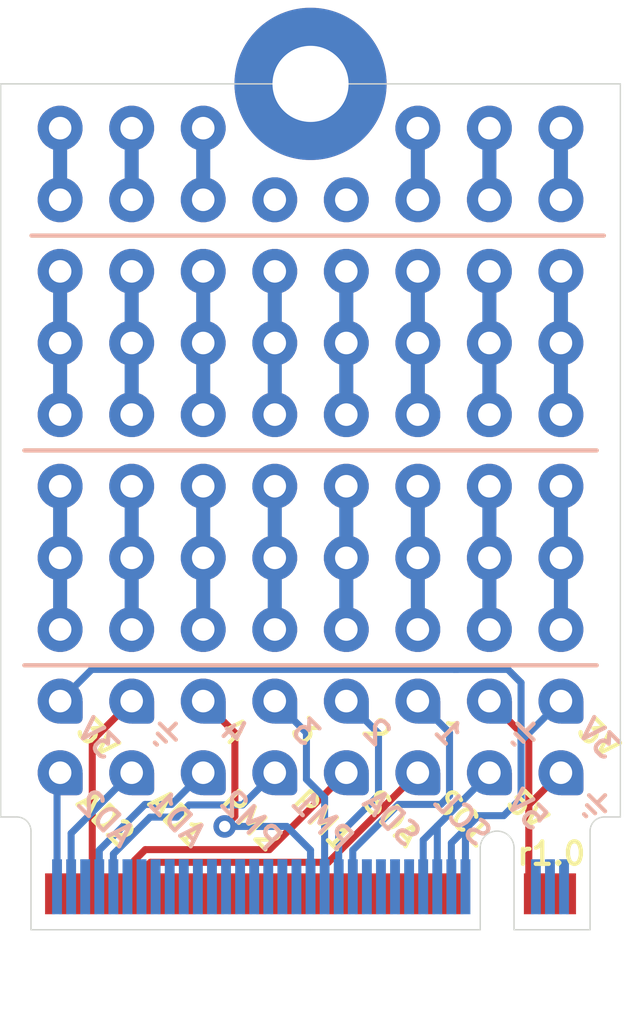
<source format=kicad_pcb>
(kicad_pcb (version 20211014) (generator pcbnew)
  (title_block (title "Myriad Permaproto 22x30mm") (date "2022-03-03") (rev "0.1") (company "splitkb.com") (comment 1 "See https://myriad.splitkb.com/specification/terms_of_use.html") (comment 2 "NON-COMMERCIAL USE ONLY"))
  (layers (0 "F.Cu" signal) (31 "B.Cu" signal) (34 "B.Paste" user) (35 "F.Paste" user) (36 "B.SilkS" user "B.Silkscreen") (37 "F.SilkS" user "F.Silkscreen") (38 "B.Mask" user) (39 "F.Mask" user) (44 "Edge.Cuts" user))
  (net 0 "")
  (net 1 "GND")
  (net 7 "+3V3")
  (net 8 "Net-(J1-Pad17)")
  (net 9 "+5V")
  (net 10 "Net-(J1-Pad32)")
  (net 11 "Net-(J1-Pad34)")
  (net 12 "Net-(J1-Pad36)")
  (net 13 "Net-(J1-Pad38)")
  (net 24 "Net-(J1-Pad61)")
  (net 26 "Net-(J1-Pad63)")
  (net 28 "Net-(J1-Pad74)")
  (net 30 "Net-(J1-Pad68)")
  (net 32 "Net-(J1-Pad72)")
  (net 34 "Net-(J1-Pad66)")
  (net 55 "Net-(J4-Pad1)")
  (net 56 "Net-(J3-Pad1)")
  (net 57 "Net-(J2-Pad1)")
  (footprint "0_splitkb_common:ProtoPad_Bare" (layer "F.Cu") (at 156.35 88.7175)
    (fp_text reference "REF**" hide)
    (fp_text value "VAL**" hide)
    (pad "1" thru_hole custom (at 0 0.6325) (size 1.6 1.6) (drill 0.8) (layers *.Cu *.Mask) (options (clearance outline) (anchor circle)) (primitives))
  )
  (footprint "0_splitkb_common:ProtoPad" (layer "F.Cu") (at 158.89 94.43)
    (fp_text reference "J15" hide)
    (fp_text value "GND" hide)
    (pad "1" thru_hole custom (at 0 0) (size 1.6 1.6) (drill 0.8) (layers *.Cu *.Mask) (net 1 "GND") (options (clearance outline) (anchor circle)) (primitives (gr_poly (pts (xy 0.8 0.6) (xy 0.6 0.8) (xy 0 0.8) (xy 0 0) (xy 0.8 0)) (width 0) (fill yes)) (gr_circle (center 0.6 0.6) (end 0.8 0.6) (width 0) (fill yes))))
  )
  (footprint "0_splitkb_common:ProtoPad" (layer "F.Cu") (at 153.81 94.43)
    (fp_text reference "J11" hide)
    (fp_text value "SCL" (at 0.75 0.75 -45 unlocked) (layer "F.SilkS") (effects (font (size 0.8 0.8)) (justify left)))
    (fp_text user "${VALUE}" (at 0.75 0.75 -45 unlocked) (layer "B.SilkS") (effects (font (size 0.8 0.8)) (justify right mirror)))
    (pad "1" thru_hole custom (at 0 0) (size 1.6 1.6) (drill 0.8) (layers *.Cu *.Mask) (net 24 "Net-(J1-Pad61)") (options (clearance outline) (anchor circle)) (primitives (gr_poly (pts (xy 0.8 0.6) (xy 0.6 0.8) (xy 0 0.8) (xy 0 0) (xy 0.8 0)) (width 0) (fill yes)) (gr_circle (center 0.6 0.6) (end 0.8 0.6) (width 0) (fill yes))))
  )
  (footprint "0_splitkb_common:ProtoPad" (layer "F.Cu") (at 156.35 91.89)
    (fp_text reference "J14" hide)
    (fp_text value "GND" hide)
    (pad "1" thru_hole custom (at 0 0) (size 1.6 1.6) (drill 0.8) (layers *.Cu *.Mask) (net 1 "GND") (options (clearance outline) (anchor circle)) (primitives (gr_poly (pts (xy 0.8 0.6) (xy 0.6 0.8) (xy 0 0.8) (xy 0 0) (xy 0.8 0)) (width 0) (fill yes)) (gr_circle (center 0.6 0.6) (end 0.8 0.6) (width 0) (fill yes))))
  )
  (footprint "0_splitkb_common:ProtoPad_Bare" (layer "F.Cu") (at 153.81 83.6375)
    (fp_text reference "REF**" hide)
    (fp_text value "VAL**" hide)
    (pad "1" thru_hole custom (at 0 0.6325) (size 1.6 1.6) (drill 0.8) (layers *.Cu *.Mask) (options (clearance outline) (anchor circle)) (primitives))
  )
  (footprint "0_splitkb_common:ProtoPad_Bare" (layer "F.Cu") (at 151.27 73.4775)
    (fp_text reference "REF**" hide)
    (fp_text value "VAL**" hide)
    (pad "1" thru_hole custom (at 0 0.6325) (size 1.6 1.6) (drill 0.8) (layers *.Cu *.Mask) (options (clearance outline) (anchor circle)) (primitives))
  )
  (footprint "0_splitkb_common:ProtoPad_Bare" (layer "F.Cu") (at 141.11 88.7175)
    (fp_text reference "REF**" hide)
    (fp_text value "VAL**" hide)
    (pad "1" thru_hole custom (at 0 0.6325) (size 1.6 1.6) (drill 0.8) (layers *.Cu *.Mask) (options (clearance outline) (anchor circle)) (primitives))
  )
  (footprint "0_splitkb_common:ProtoPad" (layer "F.Cu") (at 148.73 94.43)
    (fp_text reference "J4" hide)
    (fp_text value "PM1" (at 0.75 0.75 -45 unlocked) (layer "F.SilkS") (effects (font (size 0.8 0.8)) (justify left)))
    (fp_text user "${VALUE}" (at 0.75 0.75 -45 unlocked) (layer "B.SilkS") (effects (font (size 0.8 0.8)) (justify right mirror)))
    (pad "1" thru_hole custom (at 0 0) (size 1.6 1.6) (drill 0.8) (layers *.Cu *.Mask) (net 55 "Net-(J4-Pad1)") (options (clearance outline) (anchor circle)) (primitives (gr_poly (pts (xy 0.8 0.6) (xy 0.6 0.8) (xy 0 0.8) (xy 0 0) (xy 0.8 0)) (width 0) (fill yes)) (gr_circle (center 0.6 0.6) (end 0.8 0.6) (width 0) (fill yes))))
  )
  (footprint "0_splitkb_common:ProtoPad_Bare" (layer "F.Cu") (at 148.73 83.6375)
    (fp_text reference "REF**" hide)
    (fp_text value "VAL**" hide)
    (pad "1" thru_hole custom (at 0 0.6325) (size 1.6 1.6) (drill 0.8) (layers *.Cu *.Mask) (options (clearance outline) (anchor circle)) (primitives))
  )
  (footprint "0_splitkb_common:ProtoPad_Bare" (layer "F.Cu") (at 158.89 76.0175)
    (fp_text reference "REF**" hide)
    (fp_text value "VAL**" hide)
    (pad "1" thru_hole custom (at 0 0.6325) (size 1.6 1.6) (drill 0.8) (layers *.Cu *.Mask) (options (clearance outline) (anchor circle)) (primitives))
  )
  (footprint "0_splitkb_common:ProtoPad_Bare" (layer "F.Cu") (at 143.65 78.5575)
    (fp_text reference "REF**" hide)
    (fp_text value "VAL**" hide)
    (pad "1" thru_hole custom (at 0 0.6325) (size 1.6 1.6) (drill 0.8) (layers *.Cu *.Mask) (options (clearance outline) (anchor circle)) (primitives))
  )
  (footprint "0_splitkb_common:ProtoPad_Bare" (layer "F.Cu") (at 148.73 76.0175)
    (fp_text reference "REF**" hide)
    (fp_text value "VAL**" hide)
    (pad "1" thru_hole custom (at 0 0.6325) (size 1.6 1.6) (drill 0.8) (layers *.Cu *.Mask) (options (clearance outline) (anchor circle)) (primitives))
  )
  (footprint "0_splitkb_common:ProtoPad_Bare" (layer "F.Cu") (at 158.89 70.9375)
    (fp_text reference "REF**" hide)
    (fp_text value "VAL**" hide)
    (pad "1" thru_hole custom (at 0 0.6325) (size 1.6 1.6) (drill 0.8) (layers *.Cu *.Mask) (options (clearance outline) (anchor circle)) (primitives))
  )
  (footprint "0_splitkb_common:ProtoPad_Bare" (layer "F.Cu") (at 148.73 88.7175)
    (fp_text reference "REF**" hide)
    (fp_text value "VAL**" hide)
    (pad "1" thru_hole custom (at 0 0.6325) (size 1.6 1.6) (drill 0.8) (layers *.Cu *.Mask) (options (clearance outline) (anchor circle)) (primitives))
  )
  (footprint "0_splitkb_common:ProtoPad_Bare" (layer "F.Cu") (at 146.19 73.4775)
    (fp_text reference "REF**" hide)
    (fp_text value "VAL**" hide)
    (pad "1" thru_hole custom (at 0 0.6325) (size 1.6 1.6) (drill 0.8) (layers *.Cu *.Mask) (options (clearance outline) (anchor circle)) (primitives))
  )
  (footprint "0_splitkb_common:ProtoPad_Bare" (layer "F.Cu") (at 153.81 88.7175)
    (fp_text reference "REF**" hide)
    (fp_text value "VAL**" hide)
    (pad "1" thru_hole custom (at 0 0.6325) (size 1.6 1.6) (drill 0.8) (layers *.Cu *.Mask) (options (clearance outline) (anchor circle)) (primitives))
  )
  (footprint "0_splitkb_common:ProtoPad_Bare" (layer "F.Cu") (at 141.11 78.5575)
    (fp_text reference "REF**" hide)
    (fp_text value "VAL**" hide)
    (pad "1" thru_hole custom (at 0 0.6325) (size 1.6 1.6) (drill 0.8) (layers *.Cu *.Mask) (options (clearance outline) (anchor circle)) (primitives))
  )
  (footprint "0_splitkb_common:ProtoPad_Bare" (layer "F.Cu") (at 158.89 81.0975)
    (fp_text reference "REF**" hide)
    (fp_text value "VAL**" hide)
    (pad "1" thru_hole custom (at 0 0.6325) (size 1.6 1.6) (drill 0.8) (layers *.Cu *.Mask) (options (clearance outline) (anchor circle)) (primitives))
  )
  (footprint "0_splitkb_common:ProtoPad" (layer "F.Cu") (at 143.65 91.89)
    (fp_text reference "J17" hide)
    (fp_text value "GND" hide)
    (pad "1" thru_hole custom (at 0 0) (size 1.6 1.6) (drill 0.8) (layers *.Cu *.Mask) (net 1 "GND") (options (clearance outline) (anchor circle)) (primitives (gr_poly (pts (xy 0.8 0.6) (xy 0.6 0.8) (xy 0 0.8) (xy 0 0) (xy 0.8 0)) (width 0) (fill yes)) (gr_circle (center 0.6 0.6) (end 0.8 0.6) (width 0) (fill yes))))
  )
  (footprint "0_splitkb_common:ProtoPad_Bare" (layer "F.Cu") (at 153.81 86.1775)
    (fp_text reference "REF**" hide)
    (fp_text value "VAL**" hide)
    (pad "1" thru_hole custom (at 0 0.6325) (size 1.6 1.6) (drill 0.8) (layers *.Cu *.Mask) (options (clearance outline) (anchor circle)) (primitives))
  )
  (footprint "0_splitkb_common:ProtoPad_Bare" (layer "F.Cu") (at 141.11 76.0175)
    (fp_text reference "REF**" hide)
    (fp_text value "VAL**" hide)
    (pad "1" thru_hole custom (at 0 0.6325) (size 1.6 1.6) (drill 0.8) (layers *.Cu *.Mask) (options (clearance outline) (anchor circle)) (primitives))
  )
  (footprint "0_splitkb_common:ProtoPad_Bare" (layer "F.Cu") (at 143.65 70.9375)
    (fp_text reference "REF**" hide)
    (fp_text value "VAL**" hide)
    (pad "1" thru_hole custom (at 0 0.6325) (size 1.6 1.6) (drill 0.8) (layers *.Cu *.Mask) (options (clearance outline) (anchor circle)) (primitives))
  )
  (footprint "0_splitkb_common:ProtoPad_Bare" (layer "F.Cu") (at 158.89 86.1775)
    (fp_text reference "REF**" hide)
    (fp_text value "VAL**" hide)
    (pad "1" thru_hole custom (at 0 0.6325) (size 1.6 1.6) (drill 0.8) (layers *.Cu *.Mask) (options (clearance outline) (anchor circle)) (primitives))
  )
  (footprint "0_splitkb_common:ProtoPad_Bare" (layer "F.Cu") (at 143.65 76.0175)
    (fp_text reference "REF**" hide)
    (fp_text value "VAL**" hide)
    (pad "1" thru_hole custom (at 0 0.6325) (size 1.6 1.6) (drill 0.8) (layers *.Cu *.Mask) (options (clearance outline) (anchor circle)) (primitives))
  )
  (footprint "0_splitkb_common:ProtoPad_Bare" (layer "F.Cu") (at 156.35 70.9375)
    (fp_text reference "REF**" hide)
    (fp_text value "VAL**" hide)
    (pad "1" thru_hole custom (at 0 0.6325) (size 1.6 1.6) (drill 0.8) (layers *.Cu *.Mask) (options (clearance outline) (anchor circle)) (primitives))
  )
  (footprint "0_splitkb_common:ProtoPad_Bare" (layer "F.Cu") (at 151.27 88.7175)
    (fp_text reference "REF**" hide)
    (fp_text value "VAL**" hide)
    (pad "1" thru_hole custom (at 0 0.6325) (size 1.6 1.6) (drill 0.8) (layers *.Cu *.Mask) (options (clearance outline) (anchor circle)) (primitives))
  )
  (footprint "0_splitkb_common:ProtoPad_Bare" (layer "F.Cu") (at 141.11 70.9375)
    (fp_text reference "REF**" hide)
    (fp_text value "VAL**" hide)
    (pad "1" thru_hole custom (at 0 0.6325) (size 1.6 1.6) (drill 0.8) (layers *.Cu *.Mask) (options (clearance outline) (anchor circle)) (primitives))
  )
  (footprint "0_splitkb_common:ProtoPad" (layer "F.Cu") (at 148.73 91.89)
    (fp_text reference "J8" hide)
    (fp_text value "3" (at 0.75 0.75 -45 unlocked) (layer "F.SilkS") (effects (font (size 0.8 0.8)) (justify left)))
    (fp_text user "${VALUE}" (at 0.75 0.75 -45 unlocked) (layer "B.SilkS") (effects (font (size 0.8 0.8)) (justify right mirror)))
    (pad "1" thru_hole custom (at 0 0) (size 1.6 1.6) (drill 0.8) (layers *.Cu *.Mask) (net 12 "Net-(J1-Pad36)") (options (clearance outline) (anchor circle)) (primitives (gr_poly (pts (xy 0.8 0.6) (xy 0.6 0.8) (xy 0 0.8) (xy 0 0) (xy 0.8 0)) (width 0) (fill yes)) (gr_circle (center 0.6 0.6) (end 0.8 0.6) (width 0) (fill yes))))
  )
  (footprint "0_splitkb_common:ProtoPad_Bare" (layer "F.Cu") (at 148.73 81.0975)
    (fp_text reference "REF**" hide)
    (fp_text value "VAL**" hide)
    (pad "1" thru_hole custom (at 0 0.6325) (size 1.6 1.6) (drill 0.8) (layers *.Cu *.Mask) (options (clearance outline) (anchor circle)) (primitives))
  )
  (footprint "0_splitkb_common:ProtoPad_Bare" (layer "F.Cu") (at 141.11 73.4775)
    (fp_text reference "REF**" hide)
    (fp_text value "VAL**" hide)
    (pad "1" thru_hole custom (at 0 0.6325) (size 1.6 1.6) (drill 0.8) (layers *.Cu *.Mask) (options (clearance outline) (anchor circle)) (primitives))
  )
  (footprint "0_splitkb_common:ProtoPad_Bare" (layer "F.Cu") (at 156.35 78.5575)
    (fp_text reference "REF**" hide)
    (fp_text value "VAL**" hide)
    (pad "1" thru_hole custom (at 0 0.6325) (size 1.6 1.6) (drill 0.8) (layers *.Cu *.Mask) (options (clearance outline) (anchor circle)) (primitives))
  )
  (footprint "0_splitkb_common:ProtoPad_Bare" (layer "F.Cu") (at 153.81 76.0175)
    (fp_text reference "REF**" hide)
    (fp_text value "VAL**" hide)
    (pad "1" thru_hole custom (at 0 0.6325) (size 1.6 1.6) (drill 0.8) (layers *.Cu *.Mask) (options (clearance outline) (anchor circle)) (primitives))
  )
  (footprint "0_splitkb_common:ProtoPad_Bare" (layer "F.Cu") (at 158.89 83.6375)
    (fp_text reference "REF**" hide)
    (fp_text value "VAL**" hide)
    (pad "1" thru_hole custom (at 0 0.6325) (size 1.6 1.6) (drill 0.8) (layers *.Cu *.Mask) (options (clearance outline) (anchor circle)) (primitives))
  )
  (footprint "0_splitkb_common:ProtoPad_Bare" (layer "F.Cu") (at 148.73 86.1775)
    (fp_text reference "REF**" hide)
    (fp_text value "VAL**" hide)
    (pad "1" thru_hole custom (at 0 0.6325) (size 1.6 1.6) (drill 0.8) (layers *.Cu *.Mask) (options (clearance outline) (anchor circle)) (primitives))
  )
  (footprint "0_splitkb_common:ProtoPad_Bare" (layer "F.Cu") (at 146.19 81.0975)
    (fp_text reference "REF**" hide)
    (fp_text value "VAL**" hide)
    (pad "1" thru_hole custom (at 0 0.6325) (size 1.6 1.6) (drill 0.8) (layers *.Cu *.Mask) (options (clearance outline) (anchor circle)) (primitives))
  )
  (footprint "0_splitkb_common:ProtoPad" (layer "F.Cu") (at 156.35 94.43)
    (fp_text reference "J12" hide)
    (fp_text value "5V" (at 0.75 0.75 -45 unlocked) (layer "F.SilkS") (effects (font (size 0.8 0.8)) (justify left)))
    (fp_text user "${VALUE}" (at 0.75 0.75 -45 unlocked) (layer "B.SilkS") (effects (font (size 0.8 0.8)) (justify right mirror)))
    (pad "1" thru_hole custom (at 0 0) (size 1.6 1.6) (drill 0.8) (layers *.Cu *.Mask) (net 9 "+5V") (options (clearance outline) (anchor circle)) (primitives (gr_poly (pts (xy 0.8 0.6) (xy 0.6 0.8) (xy 0 0.8) (xy 0 0) (xy 0.8 0)) (width 0) (fill yes)) (gr_circle (center 0.6 0.6) (end 0.8 0.6) (width 0) (fill yes))))
  )
  (footprint "0_splitkb_common:ProtoPad_Bare" (layer "F.Cu") (at 158.89 78.5575)
    (fp_text reference "REF**" hide)
    (fp_text value "VAL**" hide)
    (pad "1" thru_hole custom (at 0 0.6325) (size 1.6 1.6) (drill 0.8) (layers *.Cu *.Mask) (options (clearance outline) (anchor circle)) (primitives))
  )
  (footprint "0_splitkb_common:ProtoPad" (layer "F.Cu") (at 151.27 91.89)
    (fp_text reference "J7" hide)
    (fp_text value "2" (at 0.75 0.75 -45 unlocked) (layer "F.SilkS") (effects (font (size 0.8 0.8)) (justify left)))
    (fp_text user "${VALUE}" (at 0.75 0.75 -45 unlocked) (layer "B.SilkS") (effects (font (size 0.8 0.8)) (justify right mirror)))
    (pad "1" thru_hole custom (at 0 0) (size 1.6 1.6) (drill 0.8) (layers *.Cu *.Mask) (net 11 "Net-(J1-Pad34)") (options (clearance outline) (anchor circle)) (primitives (gr_poly (pts (xy 0.8 0.6) (xy 0.6 0.8) (xy 0 0.8) (xy 0 0) (xy 0.8 0)) (width 0) (fill yes)) (gr_circle (center 0.6 0.6) (end 0.8 0.6) (width 0) (fill yes))))
  )
  (footprint "0_splitkb_common:ProtoPad_Bare" (layer "F.Cu") (at 153.81 81.0975)
    (fp_text reference "REF**" hide)
    (fp_text value "VAL**" hide)
    (pad "1" thru_hole custom (at 0 0.6325) (size 1.6 1.6) (drill 0.8) (layers *.Cu *.Mask) (options (clearance outline) (anchor circle)) (primitives))
  )
  (footprint "0_splitkb_common:ProtoPad_Bare" (layer "F.Cu") (at 156.35 83.6375)
    (fp_text reference "REF**" hide)
    (fp_text value "VAL**" hide)
    (pad "1" thru_hole custom (at 0 0.6325) (size 1.6 1.6) (drill 0.8) (layers *.Cu *.Mask) (options (clearance outline) (anchor circle)) (primitives))
  )
  (footprint "0_splitkb_common:ProtoPad" (layer "F.Cu") (at 146.19 94.43)
    (fp_text reference "J5" hide)
    (fp_text value "PM2" (at 0.75 0.75 -45 unlocked) (layer "F.SilkS") (effects (font (size 0.8 0.8)) (justify left)))
    (fp_text user "${VALUE}" (at 0.75 0.75 -45 unlocked) (layer "B.SilkS") (effects (font (size 0.8 0.8)) (justify right mirror)))
    (pad "1" thru_hole custom (at 0 0) (size 1.6 1.6) (drill 0.8) (layers *.Cu *.Mask) (net 30 "Net-(J1-Pad68)") (options (clearance outline) (anchor circle)) (primitives (gr_poly (pts (xy 0.8 0.6) (xy 0.6 0.8) (xy 0 0.8) (xy 0 0) (xy 0.8 0)) (width 0) (fill yes)) (gr_circle (center 0.6 0.6) (end 0.8 0.6) (width 0) (fill yes))))
  )
  (footprint "0_splitkb_common:ProtoPad_Bare" (layer "F.Cu") (at 146.19 83.6375)
    (fp_text reference "REF**" hide)
    (fp_text value "VAL**" hide)
    (pad "1" thru_hole custom (at 0 0.6325) (size 1.6 1.6) (drill 0.8) (layers *.Cu *.Mask) (options (clearance outline) (anchor circle)) (primitives))
  )
  (footprint "0_splitkb_common:ProtoPad_Bare" (layer "F.Cu") (at 153.81 70.9375)
    (fp_text reference "REF**" hide)
    (fp_text value "VAL**" hide)
    (pad "1" thru_hole custom (at 0 0.6325) (size 1.6 1.6) (drill 0.8) (layers *.Cu *.Mask) (options (clearance outline) (anchor circle)) (primitives))
  )
  (footprint "0_splitkb_common:ProtoPad_Bare" (layer "F.Cu") (at 148.73 73.4775)
    (fp_text reference "REF**" hide)
    (fp_text value "VAL**" hide)
    (pad "1" thru_hole custom (at 0 0.6325) (size 1.6 1.6) (drill 0.8) (layers *.Cu *.Mask) (options (clearance outline) (anchor circle)) (primitives))
  )
  (footprint "0_splitkb_common:ProtoPad_Bare" (layer "F.Cu") (at 156.35 73.4775)
    (fp_text reference "REF**" hide)
    (fp_text value "VAL**" hide)
    (pad "1" thru_hole custom (at 0 0.6325) (size 1.6 1.6) (drill 0.8) (layers *.Cu *.Mask) (options (clearance outline) (anchor circle)) (primitives))
  )
  (footprint "0_splitkb_common:ProtoPad_Bare" (layer "F.Cu") (at 146.19 70.9375)
    (fp_text reference "REF**" hide)
    (fp_text value "VAL**" hide)
    (pad "1" thru_hole custom (at 0 0.6325) (size 1.6 1.6) (drill 0.8) (layers *.Cu *.Mask) (options (clearance outline) (anchor circle)) (primitives))
  )
  (footprint "0_splitkb_common:ProtoPad" (layer "F.Cu") (at 158.89 91.89)
    (fp_text reference "J13" hide)
    (fp_text value "3V" (at 0.75 0.75 -45 unlocked) (layer "F.SilkS") (effects (font (size 0.8 0.8)) (justify left)))
    (fp_text user "${VALUE}" (at 0.75 0.75 -45 unlocked) (layer "B.SilkS") (effects (font (size 0.8 0.8)) (justify right mirror)))
    (pad "1" thru_hole custom (at 0 0) (size 1.6 1.6) (drill 0.8) (layers *.Cu *.Mask) (net 7 "+3V3") (options (clearance outline) (anchor circle)) (primitives (gr_poly (pts (xy 0.8 0.6) (xy 0.6 0.8) (xy 0 0.8) (xy 0 0) (xy 0.8 0)) (width 0) (fill yes)) (gr_circle (center 0.6 0.6) (end 0.8 0.6) (width 0) (fill yes))))
  )
  (footprint "0_splitkb_common:ProtoPad_Bare" (layer "F.Cu") (at 158.89 73.4775)
    (fp_text reference "REF**" hide)
    (fp_text value "VAL**" hide)
    (pad "1" thru_hole custom (at 0 0.6325) (size 1.6 1.6) (drill 0.8) (layers *.Cu *.Mask) (options (clearance outline) (anchor circle)) (primitives))
  )
  (footprint "0_splitkb_common:ProtoPad_Bare" (layer "F.Cu") (at 143.65 73.4775)
    (fp_text reference "REF**" hide)
    (fp_text value "VAL**" hide)
    (pad "1" thru_hole custom (at 0 0.6325) (size 1.6 1.6) (drill 0.8) (layers *.Cu *.Mask) (options (clearance outline) (anchor circle)) (primitives))
  )
  (footprint "0_splitkb_common:ProtoPad" (layer "F.Cu") (at 153.81 91.89)
    (fp_text reference "J6" hide)
    (fp_text value "1" (at 0.75 0.75 -45 unlocked) (layer "F.SilkS") (effects (font (size 0.8 0.8)) (justify left)))
    (fp_text user "${VALUE}" (at 0.75 0.75 -45 unlocked) (layer "B.SilkS") (effects (font (size 0.8 0.8)) (justify right mirror)))
    (pad "1" thru_hole custom (at 0 0) (size 1.6 1.6) (drill 0.8) (layers *.Cu *.Mask) (net 10 "Net-(J1-Pad32)") (options (clearance outline) (anchor circle)) (primitives (gr_poly (pts (xy 0.8 0.6) (xy 0.6 0.8) (xy 0 0.8) (xy 0 0) (xy 0.8 0)) (width 0) (fill yes)) (gr_circle (center 0.6 0.6) (end 0.8 0.6) (width 0) (fill yes))))
  )
  (footprint "0_splitkb_common:ProtoPad_Bare" (layer "F.Cu") (at 141.11 83.6375)
    (fp_text reference "REF**" hide)
    (fp_text value "VAL**" hide)
    (pad "1" thru_hole custom (at 0 0.6325) (size 1.6 1.6) (drill 0.8) (layers *.Cu *.Mask) (options (clearance outline) (anchor circle)) (primitives))
  )
  (footprint "0_splitkb_common:Myriad_Module_22x30mm" (layer "F.Cu") (at 150 100)
    (fp_text reference "J1")
    (fp_text value "Myriad_Module_Connector")
    (fp_line (start 0 0) (end 6.025 0) (layer "Edge.Cuts") (width 0.05))
    (fp_line (start 10.425 -4) (end 11 -4) (layer "Edge.Cuts") (width 0.05))
    (fp_line (start -11 -4) (end -11 -30) (layer "Edge.Cuts") (width 0.05))
    (fp_line (start 7.225 -2.9) (end 7.225 0) (layer "Edge.Cuts") (width 0.05))
    (fp_line (start 6.025 0) (end 6.025 -2.9) (layer "Edge.Cuts") (width 0.05))
    (fp_line (start -9.925 -3.5) (end -9.925 0) (layer "Edge.Cuts") (width 0.05))
    (fp_line (start -11 -4) (end -10.425 -4) (layer "Edge.Cuts") (width 0.05))
    (fp_line (start 9.925 0) (end 9.925 -3.5) (layer "Edge.Cuts") (width 0.05))
    (fp_line (start -9.925 0) (end 0 0) (layer "Edge.Cuts") (width 0.05))
    (fp_line (start -11 -30) (end 11 -30) (layer "Edge.Cuts") (width 0.05))
    (fp_line (start 11 -4) (end 11 -30) (layer "Edge.Cuts") (width 0.05))
    (fp_line (start 7.225 0) (end 9.925 0) (layer "Edge.Cuts") (width 0.05))
    (fp_arc (start 6.025 -2.9) (mid 6.625 -3.5) (end 7.225 -2.9) (layer "Edge.Cuts") (width 0.05))
    (fp_arc (start 9.925 -3.5) (mid 10.071447 -3.853553) (end 10.425 -4) (layer "Edge.Cuts") (width 0.05))
    (fp_arc (start -10.425 -4) (mid -10.071447 -3.853553) (end -9.925 -3.5) (layer "Edge.Cuts") (width 0.05))
    (pad "1" smd rect (at 9.25 -1.275) (size 0.35 1.45) (layers "F.Cu") (net 1 "GND"))
    (pad "2" thru_hole circle (at 0 -30) (size 5.4 5.4) (drill 2.7) (layers *.Cu *.Mask))
    (pad "2" smd rect (at 9 -1.525) (size 0.35 1.95) (layers "B.Cu"))
    (pad "3" smd rect (at 8.75 -1.275) (size 0.35 1.45) (layers "F.Cu"))
    (pad "4" smd rect (at 8.5 -1.525) (size 0.35 1.95) (layers "B.Cu"))
    (pad "5" smd rect (at 8.25 -1.275) (size 0.35 1.45) (layers "F.Cu"))
    (pad "6" smd rect (at 8 -1.525) (size 0.35 1.95) (layers "B.Cu"))
    (pad "7" smd rect (at 7.75 -1.275) (size 0.35 1.45) (layers "F.Cu") (net 1 "GND"))
    (pad "16" smd rect (at 5.5 -1.525) (size 0.35 1.95) (layers "B.Cu") (net 7 "+3V3"))
    (pad "17" smd rect (at 5.25 -1.275) (size 0.35 1.45) (layers "F.Cu") (net 8 "Net-(J1-Pad17)"))
    (pad "18" smd rect (at 5 -1.525) (size 0.35 1.95) (layers "B.Cu") (net 7 "+3V3"))
    (pad "19" smd rect (at 4.75 -1.275) (size 0.35 1.45) (layers "F.Cu") (net 8 "Net-(J1-Pad17)"))
    (pad "20" smd rect (at 4.5 -1.525) (size 0.35 1.95) (layers "B.Cu") (net 9 "+5V"))
    (pad "21" smd rect (at 4.25 -1.275) (size 0.35 1.45) (layers "F.Cu") (net 8 "Net-(J1-Pad17)"))
    (pad "22" smd rect (at 4 -1.525) (size 0.35 1.95) (layers "B.Cu") (net 9 "+5V"))
    (pad "23" smd rect (at 3.75 -1.275) (size 0.35 1.45) (layers "F.Cu") (net 8 "Net-(J1-Pad17)"))
    (pad "24" smd rect (at 3.5 -1.525) (size 0.35 1.95) (layers "B.Cu"))
    (pad "25" smd rect (at 3.25 -1.275) (size 0.35 1.45) (layers "F.Cu"))
    (pad "26" smd rect (at 3 -1.525) (size 0.35 1.95) (layers "B.Cu"))
    (pad "27" smd rect (at 2.75 -1.275) (size 0.35 1.45) (layers "F.Cu"))
    (pad "28" smd rect (at 2.5 -1.525) (size 0.35 1.95) (layers "B.Cu"))
    (pad "29" smd rect (at 2.25 -1.275) (size 0.35 1.45) (layers "F.Cu"))
    (pad "30" smd rect (at 2 -1.525) (size 0.35 1.95) (layers "B.Cu"))
    (pad "31" smd rect (at 1.75 -1.275) (size 0.35 1.45) (layers "F.Cu"))
    (pad "32" smd rect (at 1.5 -1.525) (size 0.35 1.95) (layers "B.Cu") (net 10 "Net-(J1-Pad32)"))
    (pad "33" smd rect (at 1.25 -1.275) (size 0.35 1.45) (layers "F.Cu"))
    (pad "34" smd rect (at 1 -1.525) (size 0.35 1.95) (layers "B.Cu") (net 11 "Net-(J1-Pad34)"))
    (pad "35" smd rect (at 0.75 -1.275) (size 0.35 1.45) (layers "F.Cu"))
    (pad "36" smd rect (at 0.5 -1.525) (size 0.35 1.95) (layers "B.Cu") (net 12 "Net-(J1-Pad36)"))
    (pad "37" smd rect (at 0.25 -1.275) (size 0.35 1.45) (layers "F.Cu"))
    (pad "38" smd rect (at 0 -1.525) (size 0.35 1.95) (layers "B.Cu") (net 13 "Net-(J1-Pad38)"))
    (pad "39" smd rect (at -0.25 -1.275) (size 0.35 1.45) (layers "F.Cu"))
    (pad "40" smd rect (at -0.5 -1.525) (size 0.35 1.95) (layers "B.Cu") (net 1 "GND"))
    (pad "41" smd rect (at -0.75 -1.275) (size 0.35 1.45) (layers "F.Cu"))
    (pad "42" smd rect (at -1 -1.525) (size 0.35 1.95) (layers "B.Cu"))
    (pad "43" smd rect (at -1.25 -1.275) (size 0.35 1.45) (layers "F.Cu"))
    (pad "44" smd rect (at -1.5 -1.525) (size 0.35 1.95) (layers "B.Cu"))
    (pad "45" smd rect (at -1.75 -1.275) (size 0.35 1.45) (layers "F.Cu"))
    (pad "46" smd rect (at -2 -1.525) (size 0.35 1.95) (layers "B.Cu") (net 1 "GND"))
    (pad "47" smd rect (at -2.25 -1.275) (size 0.35 1.45) (layers "F.Cu"))
    (pad "48" smd rect (at -2.5 -1.525) (size 0.35 1.95) (layers "B.Cu"))
    (pad "49" smd rect (at -2.75 -1.275) (size 0.35 1.45) (layers "F.Cu"))
    (pad "50" smd rect (at -3 -1.525) (size 0.35 1.95) (layers "B.Cu"))
    (pad "51" smd rect (at -3.25 -1.275) (size 0.35 1.45) (layers "F.Cu"))
    (pad "52" smd rect (at -3.5 -1.525) (size 0.35 1.95) (layers "B.Cu"))
    (pad "53" smd rect (at -3.75 -1.275) (size 0.35 1.45) (layers "F.Cu"))
    (pad "54" smd rect (at -4 -1.525) (size 0.35 1.95) (layers "B.Cu") (net 1 "GND"))
    (pad "55" smd rect (at -4.25 -1.275) (size 0.35 1.45) (layers "F.Cu"))
    (pad "56" smd rect (at -4.5 -1.525) (size 0.35 1.95) (layers "B.Cu"))
    (pad "57" smd rect (at -4.75 -1.275) (size 0.35 1.45) (layers "F.Cu") (net 1 "GND"))
    (pad "58" smd rect (at -5 -1.525) (size 0.35 1.95) (layers "B.Cu"))
    (pad "59" smd rect (at -5.25 -1.275) (size 0.35 1.45) (layers "F.Cu"))
    (pad "60" smd rect (at -5.5 -1.525) (size 0.35 1.95) (layers "B.Cu"))
    (pad "61" smd rect (at -5.75 -1.275) (size 0.35 1.45) (layers "F.Cu") (net 24 "Net-(J1-Pad61)"))
    (pad "62" smd rect (at -6 -1.525) (size 0.35 1.95) (layers "B.Cu"))
    (pad "63" smd rect (at -6.25 -1.275) (size 0.35 1.45) (layers "F.Cu") (net 26 "Net-(J1-Pad63)"))
    (pad "64" smd rect (at -6.5 -1.525) (size 0.35 1.95) (layers "B.Cu") (net 1 "GND"))
    (pad "65" smd rect (at -6.75 -1.275) (size 0.35 1.45) (layers "F.Cu"))
    (pad "66" smd rect (at -7 -1.525) (size 0.35 1.95) (layers "B.Cu") (net 34 "Net-(J1-Pad66)"))
    (pad "67" smd rect (at -7.25 -1.275) (size 0.35 1.45) (layers "F.Cu"))
    (pad "68" smd rect (at -7.5 -1.525) (size 0.35 1.95) (layers "B.Cu") (net 30 "Net-(J1-Pad68)"))
    (pad "69" smd rect (at -7.75 -1.275) (size 0.35 1.45) (layers "F.Cu") (net 1 "GND"))
    (pad "70" smd rect (at -8 -1.525) (size 0.35 1.95) (layers "B.Cu") (net 1 "GND"))
    (pad "71" smd rect (at -8.25 -1.275) (size 0.35 1.45) (layers "F.Cu"))
    (pad "72" smd rect (at -8.5 -1.525) (size 0.35 1.95) (layers "B.Cu") (net 32 "Net-(J1-Pad72)"))
    (pad "73" smd rect (at -8.75 -1.275) (size 0.35 1.45) (layers "F.Cu"))
    (pad "74" smd rect (at -9 -1.525) (size 0.35 1.95) (layers "B.Cu") (net 28 "Net-(J1-Pad74)"))
    (pad "75" smd rect (at -9.25 -1.275) (size 0.35 1.45) (layers "F.Cu"))
  )
  (footprint "0_splitkb_common:ProtoPad_Bare" (layer "F.Cu") (at 151.27 78.5575)
    (fp_text reference "REF**" hide)
    (fp_text value "VAL**" hide)
    (pad "1" thru_hole custom (at 0 0.6325) (size 1.6 1.6) (drill 0.8) (layers *.Cu *.Mask) (options (clearance outline) (anchor circle)) (primitives))
  )
  (footprint "0_splitkb_common:ProtoPad_Bare" (layer "F.Cu") (at 151.27 86.1775)
    (fp_text reference "REF**" hide)
    (fp_text value "VAL**" hide)
    (pad "1" thru_hole custom (at 0 0.6325) (size 1.6 1.6) (drill 0.8) (layers *.Cu *.Mask) (options (clearance outline) (anchor circle)) (primitives))
  )
  (footprint "0_splitkb_common:ProtoPad" (layer "F.Cu") (at 141.11 94.43)
    (fp_text reference "J3" hide)
    (fp_text value "AD2" (at 0.75 0.75 -45 unlocked) (layer "F.SilkS") (effects (font (size 0.8 0.8)) (justify left)))
    (fp_text user "${VALUE}" (at 0.75 0.75 -45 unlocked) (layer "B.SilkS") (effects (font (size 0.8 0.8)) (justify right mirror)))
    (pad "1" thru_hole custom (at 0 0) (size 1.6 1.6) (drill 0.8) (layers *.Cu *.Mask) (net 56 "Net-(J3-Pad1)") (options (clearance outline) (anchor circle)) (primitives (gr_poly (pts (xy 0.8 0.6) (xy 0.6 0.8) (xy 0 0.8) (xy 0 0) (xy 0.8 0)) (width 0) (fill yes)) (gr_circle (center 0.6 0.6) (end 0.8 0.6) (width 0) (fill yes))))
  )
  (footprint "0_splitkb_common:ProtoPad" (layer "F.Cu") (at 146.19 91.89)
    (fp_text reference "J9" hide)
    (fp_text value "4" (at 0.75 0.75 -45 unlocked) (layer "F.SilkS") (effects (font (size 0.8 0.8)) (justify left)))
    (fp_text user "${VALUE}" (at 0.75 0.75 -45 unlocked) (layer "B.SilkS") (effects (font (size 0.8 0.8)) (justify right mirror)))
    (pad "1" thru_hole custom (at 0 0) (size 1.6 1.6) (drill 0.8) (layers *.Cu *.Mask) (net 13 "Net-(J1-Pad38)") (options (clearance outline) (anchor circle)) (primitives (gr_poly (pts (xy 0.8 0.6) (xy 0.6 0.8) (xy 0 0.8) (xy 0 0) (xy 0.8 0)) (width 0) (fill yes)) (gr_circle (center 0.6 0.6) (end 0.8 0.6) (width 0) (fill yes))))
  )
  (footprint "0_splitkb_common:ProtoPad_Bare" (layer "F.Cu") (at 146.19 88.7175)
    (fp_text reference "REF**" hide)
    (fp_text value "VAL**" hide)
    (pad "1" thru_hole custom (at 0 0.6325) (size 1.6 1.6) (drill 0.8) (layers *.Cu *.Mask) (options (clearance outline) (anchor circle)) (primitives))
  )
  (footprint "0_splitkb_common:ProtoPad_Bare" (layer "F.Cu") (at 146.19 86.1775)
    (fp_text reference "REF**" hide)
    (fp_text value "VAL**" hide)
    (pad "1" thru_hole custom (at 0 0.6325) (size 1.6 1.6) (drill 0.8) (layers *.Cu *.Mask) (options (clearance outline) (anchor circle)) (primitives))
  )
  (footprint "0_splitkb_common:ProtoPad" (layer "F.Cu") (at 141.11 91.89)
    (fp_text reference "J16" hide)
    (fp_text value "3V" (at 0.75 0.75 -45 unlocked) (layer "F.SilkS") (effects (font (size 0.8 0.8)) (justify left)))
    (fp_text user "${VALUE}" (at 0.75 0.75 -45 unlocked) (layer "B.SilkS") (effects (font (size 0.8 0.8)) (justify right mirror)))
    (pad "1" thru_hole custom (at 0 0) (size 1.6 1.6) (drill 0.8) (layers *.Cu *.Mask) (net 7 "+3V3") (options (clearance outline) (anchor circle)) (primitives (gr_poly (pts (xy 0.8 0.6) (xy 0.6 0.8) (xy 0 0.8) (xy 0 0) (xy 0.8 0)) (width 0) (fill yes)) (gr_circle (center 0.6 0.6) (end 0.8 0.6) (width 0) (fill yes))))
  )
  (footprint "0_splitkb_common:ProtoPad_Bare" (layer "F.Cu") (at 156.35 76.0175)
    (fp_text reference "REF**" hide)
    (fp_text value "VAL**" hide)
    (pad "1" thru_hole custom (at 0 0.6325) (size 1.6 1.6) (drill 0.8) (layers *.Cu *.Mask) (options (clearance outline) (anchor circle)) (primitives))
  )
  (footprint "0_splitkb_common:ProtoPad_Bare" (layer "F.Cu") (at 151.27 81.0975)
    (fp_text reference "REF**" hide)
    (fp_text value "VAL**" hide)
    (pad "1" thru_hole custom (at 0 0.6325) (size 1.6 1.6) (drill 0.8) (layers *.Cu *.Mask) (options (clearance outline) (anchor circle)) (primitives))
  )
  (footprint "0_splitkb_common:ProtoPad_Bare" (layer "F.Cu") (at 143.65 83.6375)
    (fp_text reference "REF**" hide)
    (fp_text value "VAL**" hide)
    (pad "1" thru_hole custom (at 0 0.6325) (size 1.6 1.6) (drill 0.8) (layers *.Cu *.Mask) (options (clearance outline) (anchor circle)) (primitives))
  )
  (footprint "0_splitkb_common:ProtoPad_Bare" (layer "F.Cu") (at 151.27 76.0175)
    (fp_text reference "REF**" hide)
    (fp_text value "VAL**" hide)
    (pad "1" thru_hole custom (at 0 0.6325) (size 1.6 1.6) (drill 0.8) (layers *.Cu *.Mask) (options (clearance outline) (anchor circle)) (primitives))
  )
  (footprint "0_splitkb_common:ProtoPad_Bare" (layer "F.Cu") (at 146.19 78.5575)
    (fp_text reference "REF**" hide)
    (fp_text value "VAL**" hide)
    (pad "1" thru_hole custom (at 0 0.6325) (size 1.6 1.6) (drill 0.8) (layers *.Cu *.Mask) (options (clearance outline) (anchor circle)) (primitives))
  )
  (footprint "0_splitkb_common:ProtoPad_Bare" (layer "F.Cu") (at 156.35 81.0975)
    (fp_text reference "REF**" hide)
    (fp_text value "VAL**" hide)
    (pad "1" thru_hole custom (at 0 0.6325) (size 1.6 1.6) (drill 0.8) (layers *.Cu *.Mask) (options (clearance outline) (anchor circle)) (primitives))
  )
  (footprint "0_splitkb_common:ProtoPad_Bare" (layer "F.Cu") (at 141.11 86.1775)
    (fp_text reference "REF**" hide)
    (fp_text value "VAL**" hide)
    (pad "1" thru_hole custom (at 0 0.6325) (size 1.6 1.6) (drill 0.8) (layers *.Cu *.Mask) (options (clearance outline) (anchor circle)) (primitives))
  )
  (footprint "0_splitkb_common:ProtoPad_Bare" (layer "F.Cu") (at 146.19 76.0175)
    (fp_text reference "REF**" hide)
    (fp_text value "VAL**" hide)
    (pad "1" thru_hole custom (at 0 0.6325) (size 1.6 1.6) (drill 0.8) (layers *.Cu *.Mask) (options (clearance outline) (anchor circle)) (primitives))
  )
  (footprint "0_splitkb_common:ProtoPad_Bare" (layer "F.Cu") (at 143.65 88.7175)
    (fp_text reference "REF**" hide)
    (fp_text value "VAL**" hide)
    (pad "1" thru_hole custom (at 0 0.6325) (size 1.6 1.6) (drill 0.8) (layers *.Cu *.Mask) (options (clearance outline) (anchor circle)) (primitives))
  )
  (footprint "0_splitkb_common:ProtoPad_Bare" (layer "F.Cu") (at 156.35 86.1775)
    (fp_text reference "REF**" hide)
    (fp_text value "VAL**" hide)
    (pad "1" thru_hole custom (at 0 0.6325) (size 1.6 1.6) (drill 0.8) (layers *.Cu *.Mask) (options (clearance outline) (anchor circle)) (primitives))
  )
  (footprint "0_splitkb_common:ProtoPad_Bare" (layer "F.Cu") (at 151.27 83.6375)
    (fp_text reference "REF**" hide)
    (fp_text value "VAL**" hide)
    (pad "1" thru_hole custom (at 0 0.6325) (size 1.6 1.6) (drill 0.8) (layers *.Cu *.Mask) (options (clearance outline) (anchor circle)) (primitives))
  )
  (footprint "0_splitkb_common:ProtoPad_Bare" (layer "F.Cu") (at 153.81 78.5575)
    (fp_text reference "REF**" hide)
    (fp_text value "VAL**" hide)
    (pad "1" thru_hole custom (at 0 0.6325) (size 1.6 1.6) (drill 0.8) (layers *.Cu *.Mask) (options (clearance outline) (anchor circle)) (primitives))
  )
  (footprint "0_splitkb_common:ProtoPad" (layer "F.Cu") (at 143.65 94.43)
    (fp_text reference "J2" hide)
    (fp_text value "AD1" (at 0.75 0.75 -45 unlocked) (layer "F.SilkS") (effects (font (size 0.8 0.8)) (justify left)))
    (fp_text user "${VALUE}" (at 0.75 0.75 -45 unlocked) (layer "B.SilkS") (effects (font (size 0.8 0.8)) (justify right mirror)))
    (pad "1" thru_hole custom (at 0 0) (size 1.6 1.6) (drill 0.8) (layers *.Cu *.Mask) (net 57 "Net-(J2-Pad1)") (options (clearance outline) (anchor circle)) (primitives (gr_poly (pts (xy 0.8 0.6) (xy 0.6 0.8) (xy 0 0.8) (xy 0 0) (xy 0.8 0)) (width 0) (fill yes)) (gr_circle (center 0.6 0.6) (end 0.8 0.6) (width 0) (fill yes))))
  )
  (footprint "0_splitkb_common:ProtoPad_Bare" (layer "F.Cu") (at 143.65 86.1775)
    (fp_text reference "REF**" hide)
    (fp_text value "VAL**" hide)
    (pad "1" thru_hole custom (at 0 0.6325) (size 1.6 1.6) (drill 0.8) (layers *.Cu *.Mask) (options (clearance outline) (anchor circle)) (primitives))
  )
  (footprint "0_splitkb_common:ProtoPad_Bare" (layer "F.Cu") (at 153.81 73.4775)
    (fp_text reference "REF**" hide)
    (fp_text value "VAL**" hide)
    (pad "1" thru_hole custom (at 0 0.6325) (size 1.6 1.6) (drill 0.8) (layers *.Cu *.Mask) (options (clearance outline) (anchor circle)) (primitives))
  )
  (footprint "0_splitkb_common:ProtoPad_Bare" (layer "F.Cu") (at 141.11 81.0975)
    (fp_text reference "REF**" hide)
    (fp_text value "VAL**" hide)
    (pad "1" thru_hole custom (at 0 0.6325) (size 1.6 1.6) (drill 0.8) (layers *.Cu *.Mask) (options (clearance outline) (anchor circle)) (primitives))
  )
  (footprint "0_splitkb_common:ProtoPad_Bare" (layer "F.Cu") (at 143.65 81.0975)
    (fp_text reference "REF**" hide)
    (fp_text value "VAL**" hide)
    (pad "1" thru_hole custom (at 0 0.6325) (size 1.6 1.6) (drill 0.8) (layers *.Cu *.Mask) (options (clearance outline) (anchor circle)) (primitives))
  )
  (footprint "0_splitkb_common:ProtoPad_Bare" (layer "F.Cu") (at 158.89 88.7175)
    (fp_text reference "REF**" hide)
    (fp_text value "VAL**" hide)
    (pad "1" thru_hole custom (at 0 0.6325) (size 1.6 1.6) (drill 0.8) (layers *.Cu *.Mask) (options (clearance outline) (anchor circle)) (primitives))
  )
  (footprint "0_splitkb_common:ProtoPad_Bare" (layer "F.Cu") (at 148.73 78.5575)
    (fp_text reference "REF**" hide)
    (fp_text value "VAL**" hide)
    (pad "1" thru_hole custom (at 0 0.6325) (size 1.6 1.6) (drill 0.8) (layers *.Cu *.Mask) (options (clearance outline) (anchor circle)) (primitives))
  )
  (footprint "0_splitkb_common:ProtoPad" (layer "F.Cu") (at 151.27 94.43)
    (fp_text reference "J10" hide)
    (fp_text value "SDA" (at 0.75 0.75 -45 unlocked) (layer "F.SilkS") (effects (font (size 0.8 0.8)) (justify left)))
    (fp_text user "${VALUE}" (at 0.75 0.75 -45 unlocked) (layer "B.SilkS") (effects (font (size 0.8 0.8)) (justify right mirror)))
    (pad "1" thru_hole custom (at 0 0) (size 1.6 1.6) (drill 0.8) (layers *.Cu *.Mask) (net 26 "Net-(J1-Pad63)") (options (clearance outline) (anchor circle)) (primitives (gr_poly (pts (xy 0.8 0.6) (xy 0.6 0.8) (xy 0 0.8) (xy 0 0) (xy 0.8 0)) (width 0) (fill yes)) (gr_circle (center 0.6 0.6) (end 0.8 0.6) (width 0) (fill yes))))
  )
  (gr_line (start 140.094 75.38) (end 160.414 75.38) (layer "B.SilkS") (width 0.15))
  (gr_line (start 160.455685 95.795685) (end 159.89 95.23) (layer "B.SilkS") (width 0.15))
  (gr_line (start 139.84 83) (end 160.16 83) (layer "B.SilkS") (width 0.15))
  (gr_line (start 157.562132 93.326396) (end 157.279289 93.043553) (layer "B.SilkS") (width 0.15))
  (gr_line (start 160.102132 95.866396) (end 159.819289 95.583553) (layer "B.SilkS") (width 0.15))
  (gr_line (start 157.915685 92.69) (end 157.632843 92.972842) (layer "B.SilkS") (width 0.15))
  (gr_line (start 157.243934 93.432462) (end 157.173223 93.361751) (layer "B.SilkS") (width 0.15))
  (gr_line (start 157.915685 93.255685) (end 157.35 92.69) (layer "B.SilkS") (width 0.15))
  (gr_line (start 144.543934 93.432462) (end 144.473223 93.361751) (layer "B.SilkS") (width 0.15))
  (gr_line (start 139.84 90.62) (end 160.16 90.62) (layer "B.SilkS") (width 0.15))
  (gr_line (start 159.783934 95.972462) (end 159.713223 95.901751) (layer "B.SilkS") (width 0.15))
  (gr_line (start 144.862132 93.326396) (end 144.579289 93.043553) (layer "B.SilkS") (width 0.15))
  (gr_line (start 160.455685 95.23) (end 160.172843 95.512842) (layer "B.SilkS") (width 0.15))
  (gr_line (start 145.215685 92.69) (end 144.932843 92.972842) (layer "B.SilkS") (width 0.15))
  (gr_line (start 145.215685 93.255685) (end 144.65 92.69) (layer "B.SilkS") (width 0.15))
  (gr_line (start 157.243934 93.432462) (end 157.173223 93.361751) (layer "F.SilkS") (width 0.15))
  (gr_line (start 160.455685 95.795685) (end 159.89 95.23) (layer "F.SilkS") (width 0.15))
  (gr_line (start 160.455685 95.23) (end 160.172843 95.512842) (layer "F.SilkS") (width 0.15))
  (gr_line (start 139.84 83) (end 160.16 83) (layer "F.SilkS") (width 0.15))
  (gr_line (start 160.102132 95.866396) (end 159.819289 95.583553) (layer "F.SilkS") (width 0.15))
  (gr_line (start 140.094 75.38) (end 160.414 75.38) (layer "F.SilkS") (width 0.15))
  (gr_line (start 145.215685 93.255685) (end 144.65 92.69) (layer "F.SilkS") (width 0.15))
  (gr_line (start 144.862132 93.326396) (end 144.579289 93.043553) (layer "F.SilkS") (width 0.15))
  (gr_line (start 157.915685 93.255685) (end 157.35 92.69) (layer "F.SilkS") (width 0.15))
  (gr_line (start 139.84 90.62) (end 160.16 90.62) (layer "F.SilkS") (width 0.15))
  (gr_line (start 144.543934 93.432462) (end 144.473223 93.361751) (layer "F.SilkS") (width 0.15))
  (gr_line (start 157.915685 92.69) (end 157.632843 92.972842) (layer "F.SilkS") (width 0.15))
  (gr_line (start 145.215685 92.69) (end 144.932843 92.972842) (layer "F.SilkS") (width 0.15))
  (gr_line (start 157.562132 93.326396) (end 157.279289 93.043553) (layer "F.SilkS") (width 0.15))
  (gr_line (start 159.783934 95.972462) (end 159.713223 95.901751) (layer "F.SilkS") (width 0.15))
  (gr_text "r1.0" (at 158.55 97.3) (layer "F.SilkS") (effects (font (size 0.8 0.8))))
  (segment (start 151.27 89.35) (end 151.27 84.27) (width 0.5) (layer "B.Cu") (net 0))
  (segment (start 146.19 89.35) (end 146.19 84.27) (width 0.5) (layer "B.Cu") (net 0))
  (segment (start 153.81 84.27) (end 153.81 89.35) (width 0.5) (layer "B.Cu") (net 0))
  (segment (start 143.65 71.57) (end 143.65 74.11) (width 0.5) (layer "B.Cu") (net 0))
  (segment (start 151.27 81.73) (end 151.27 76.65) (width 0.5) (layer "B.Cu") (net 0))
  (segment (start 153.81 76.65) (end 153.81 81.73) (width 0.5) (layer "B.Cu") (net 0))
  (segment (start 158.89 74.11) (end 158.89 71.57) (width 0.5) (layer "B.Cu") (net 0))
  (segment (start 153.81 71.57) (end 153.81 74.11) (width 0.5) (layer "B.Cu") (net 0))
  (segment (start 146.19 71.57) (end 146.19 74.11) (width 0.5) (layer "B.Cu") (net 0))
  (segment (start 156.35 81.73) (end 156.35 76.65) (width 0.5) (layer "B.Cu") (net 0))
  (segment (start 141.11 71.57) (end 141.11 74.11) (width 0.5) (layer "B.Cu") (net 0))
  (segment (start 148.73 84.27) (end 148.73 89.35) (width 0.5) (layer "B.Cu") (net 0))
  (segment (start 143.65 76.65) (end 143.65 81.73) (width 0.5) (layer "B.Cu") (net 0))
  (segment (start 158.89 76.65) (end 158.89 81.73) (width 0.5) (layer "B.Cu") (net 0))
  (segment (start 156.35 89.35) (end 156.35 84.27) (width 0.5) (layer "B.Cu") (net 0))
  (segment (start 146.19 81.73) (end 146.19 76.65) (width 0.5) (layer "B.Cu") (net 0))
  (segment (start 141.11 89.35) (end 141.11 84.27) (width 0.5) (layer "B.Cu") (net 0))
  (segment (start 141.11 81.73) (end 141.11 76.65) (width 0.5) (layer "B.Cu") (net 0))
  (segment (start 158.89 84.27) (end 158.89 89.35) (width 0.5) (layer "B.Cu") (net 0))
  (segment (start 156.35 71.57) (end 156.35 74.11) (width 0.5) (layer "B.Cu") (net 0))
  (segment (start 143.65 89.35) (end 143.65 84.27) (width 0.5) (layer "B.Cu") (net 0))
  (segment (start 148.73 76.65) (end 148.73 81.73) (width 0.5) (layer "B.Cu") (net 0))
  (segment (start 157.75 95.703) (end 157.75 98.725) (width 0.25) (layer "F.Cu") (net 1))
  (segment (start 157.75 95.57) (end 157.75 95.703) (width 0.25) (layer "F.Cu") (net 1))
  (segment (start 157.75 95.703) (end 157.75 93.29) (width 0.25) (layer "F.Cu") (net 1))
  (segment (start 142.25 93.29) (end 142.25 98.725) (width 0.25) (layer "F.Cu") (net 1))
  (segment (start 156.35 91.89) (end 157.75 93.29) (width 0.25) (layer "F.Cu") (net 1))
  (segment (start 143.65 91.89) (end 142.25 93.29) (width 0.25) (layer "F.Cu") (net 1))
  (segment (start 158.89 94.43) (end 157.75 95.57) (width 0.25) (layer "F.Cu") (net 1))
  (segment (start 156.858 95.954) (end 155.969 95.954) (width 0.25) (layer "B.Cu") (net 7))
  (segment (start 142.234511 90.765489) (end 155.098489 90.765489) (width 0.25) (layer "B.Cu") (net 7))
  (segment (start 158.89 91.89) (end 157.47452 93.30548) (width 0.25) (layer "B.Cu") (net 7))
  (segment (start 155.098489 90.765489) (end 157.003489 90.765489) (width 0.25) (layer "B.Cu") (net 7))
  (segment (start 157.003489 90.765489) (end 157.47452 91.23652) (width 0.25) (layer "B.Cu") (net 7))
  (segment (start 157.47452 93.30548) (end 157.47452 95.33748) (width 0.25) (layer "B.Cu") (net 7))
  (segment (start 141.11 91.89) (end 142.234511 90.765489) (width 0.25) (layer "B.Cu") (net 7))
  (segment (start 157.47452 93.01452) (end 157.47452 93.30548) (width 0.25) (layer "B.Cu") (net 7))
  (segment (start 157.47452 95.33748) (end 156.858 95.954) (width 0.25) (layer "B.Cu") (net 7))
  (segment (start 155.5 96.423) (end 155.5 98.475) (width 0.25) (layer "B.Cu") (net 7))
  (segment (start 155.5 96.423) (end 155 96.923) (width 0.25) (layer "B.Cu") (net 7))
  (segment (start 155.969 95.954) (end 155.5 96.423) (width 0.25) (layer "B.Cu") (net 7))
  (segment (start 155.098489 90.765489) (end 155.225489 90.765489) (width 0.25) (layer "B.Cu") (net 7))
  (segment (start 157.47452 91.23652) (end 157.47452 93.30548) (width 0.25) (layer "B.Cu") (net 7))
  (segment (start 155 96.923) (end 155 98.475) (width 0.25) (layer "B.Cu") (net 7))
  (segment (start 154.5 96.31749) (end 154 96.81749) (width 0.25) (layer "B.Cu") (net 9))
  (segment (start 154.5 96.31749) (end 154.5 98.475) (width 0.25) (layer "B.Cu") (net 9))
  (segment (start 156.35 94.43) (end 156.35 94.46749) (width 0.25) (layer "B.Cu") (net 9))
  (segment (start 154 96.81749) (end 154 98.475) (width 0.25) (layer "B.Cu") (net 9))
  (segment (start 156.35 94.46749) (end 154.5 96.31749) (width 0.25) (layer "B.Cu") (net 9))
  (segment (start 151.5 98.475) (end 151.5 97.175978) (width 0.25) (layer "B.Cu") (net 10))
  (segment (start 151.5 97.175978) (end 153.121458 95.55452) (width 0.25) (layer "B.Cu") (net 10))
  (segment (start 153.121458 95.55452) (end 154.627252 95.55452) (width 0.25) (layer "B.Cu") (net 10))
  (segment (start 154.934511 93.014511) (end 153.81 91.89) (width 0.25) (layer "B.Cu") (net 10))
  (segment (start 154.627252 95.55452) (end 154.934511 95.247261) (width 0.25) (layer "B.Cu") (net 10))
  (segment (start 154.934511 95.247261) (end 154.934511 93.014511) (width 0.25) (layer "B.Cu") (net 10))
  (segment (start 152.413 93.033) (end 151.27 91.89) (width 0.25) (layer "B.Cu") (net 11))
  (segment (start 151 96.641772) (end 152.413 95.228772) (width 0.25) (layer "B.Cu") (net 11))
  (segment (start 151 98.475) (end 151 96.641772) (width 0.25) (layer "B.Cu") (net 11))
  (segment (start 152.413 95.228772) (end 152.413 93.033) (width 0.25) (layer "B.Cu") (net 11))
  (segment (start 149.85452 93.01452) (end 148.73 91.89) (width 0.25) (layer "B.Cu") (net 12))
  (segment (start 150.5 95.311) (end 149.85452 94.66552) (width 0.25) (layer "B.Cu") (net 12))
  (segment (start 149.85452 94.66552) (end 149.85452 93.01452) (width 0.25) (layer "B.Cu") (net 12))
  (segment (start 150.5 98.475) (end 150.5 95.311) (width 0.25) (layer "B.Cu") (net 12))
  (segment (start 147.314511 93.014511) (end 146.19 91.89) (width 0.25) (layer "F.Cu") (net 13))
  (segment (start 146.952 96.335) (end 147.314511 95.972489) (width 0.25) (layer "F.Cu") (net 13))
  (segment (start 147.314511 95.972489) (end 147.314511 93.014511) (width 0.25) (layer "F.Cu") (net 13))
  (via (at 146.952 96.335) (size 0.8) (drill 0.4) (layers "F.Cu" "B.Cu") (net 13))
  (segment (start 146.952 96.335) (end 149.159022 96.335) (width 0.25) (layer "B.Cu") (net 13))
  (segment (start 149.159022 96.335) (end 150 97.175978) (width 0.25) (layer "B.Cu") (net 13))
  (segment (start 150 97.175978) (end 150 98.475) (width 0.25) (layer "B.Cu") (net 13))
  (segment (start 144.25 97.675978) (end 144.318478 97.6075) (width 0.25) (layer "F.Cu") (net 24))
  (segment (start 144.25 98.725) (end 144.25 97.675978) (width 0.25) (layer "F.Cu") (net 24))
  (segment (start 150.6325 97.6075) (end 153.81 94.43) (width 0.25) (layer "F.Cu") (net 24))
  (segment (start 144.318478 97.6075) (end 150.6325 97.6075) (width 0.25) (layer "F.Cu") (net 24))
  (segment (start 144.13228 97.15798) (end 143.75 97.54026) (width 0.25) (layer "F.Cu") (net 26))
  (segment (start 148.54202 97.15798) (end 144.13228 97.15798) (width 0.25) (layer "F.Cu") (net 26))
  (segment (start 151.27 94.43) (end 148.54202 97.15798) (width 0.25) (layer "F.Cu") (net 26))
  (segment (start 143.75 97.54026) (end 143.75 98.725) (width 0.25) (layer "F.Cu") (net 26))
  (segment (start 144.121467 95.554511) (end 145.065489 95.554511) (width 0.25) (layer "B.Cu") (net 30))
  (segment (start 145.065489 95.554511) (end 146.19 94.43) (width 0.25) (layer "B.Cu") (net 30))
  (segment (start 142.5 97.175978) (end 144.121467 95.554511) (width 0.25) (layer "B.Cu") (net 30))
  (segment (start 142.5 98.475) (end 142.5 97.175978) (width 0.25) (layer "B.Cu") (net 30))
  (segment (start 144.307665 96.004031) (end 145.251687 96.004031) (width 0.25) (layer "B.Cu") (net 55))
  (segment (start 147.587 95.573) (end 148.73 94.43) (width 0.25) (layer "B.Cu") (net 55))
  (segment (start 143 98.475) (end 143.000489 98.474511) (width 0.25) (layer "B.Cu") (net 55))
  (segment (start 145.682718 95.573) (end 147.587 95.573) (width 0.25) (layer "B.Cu") (net 55))
  (segment (start 143.000489 97.311207) (end 144.307665 96.004031) (width 0.25) (layer "B.Cu") (net 55))
  (segment (start 145.251687 96.004031) (end 145.682718 95.573) (width 0.25) (layer "B.Cu") (net 55))
  (segment (start 143.000489 98.474511) (end 143.000489 97.311207) (width 0.25) (layer "B.Cu") (net 55))
  (segment (start 141.000489 94.539511) (end 141.000489 98.24) (width 0.25) (layer "B.Cu") (net 56))
  (segment (start 141 93.9075) (end 141.11 93.7975) (width 0.25) (layer "B.Cu") (net 56))
  (segment (start 141.11 94.43) (end 141.000489 94.539511) (width 0.25) (layer "B.Cu") (net 56))
  (segment (start 141.5 96.58) (end 143.65 94.43) (width 0.25) (layer "B.Cu") (net 57))
  (segment (start 141.5 98.475) (end 141.5 96.58) (width 0.25) (layer "B.Cu") (net 57))
)
</source>
